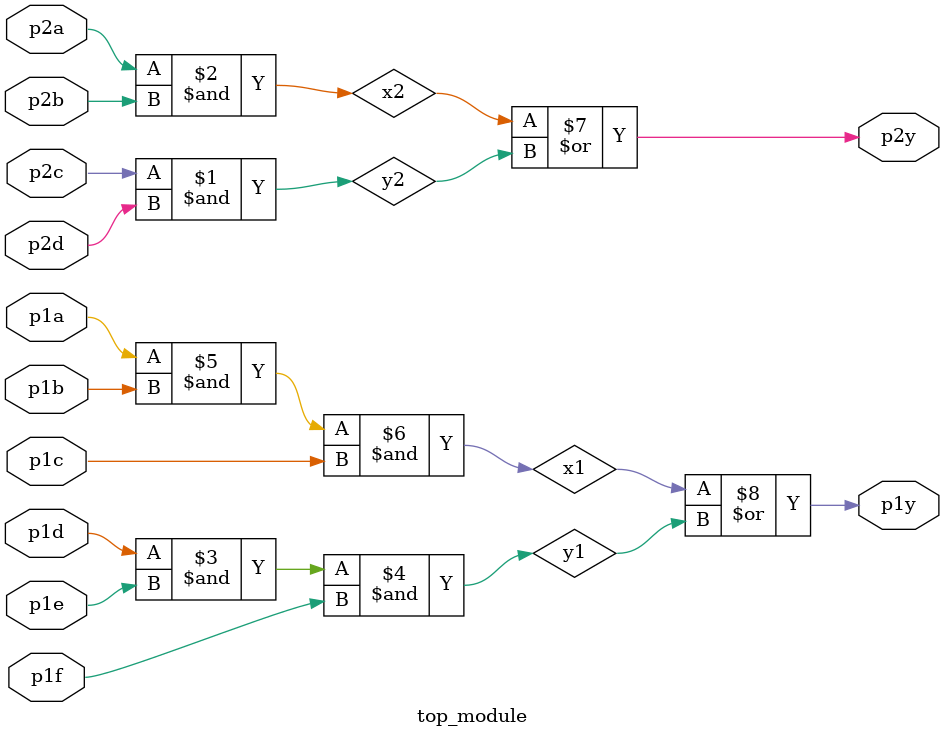
<source format=v>
module top_module ( 
    input p1a, p1b, p1c, p1d, p1e, p1f,
    output p1y,
    input p2a, p2b, p2c, p2d,
    output p2y );
    wire x1, y1,x2, y2;
    assign {x1, y1,x2, y2} = {p1a & p1b & p1c, p1d & p1e & p1f, p2a & p2b, p2c & p2d};
    assign {p1y, p2y} = {x1 | y1, x2 | y2}; 
endmodule

</source>
